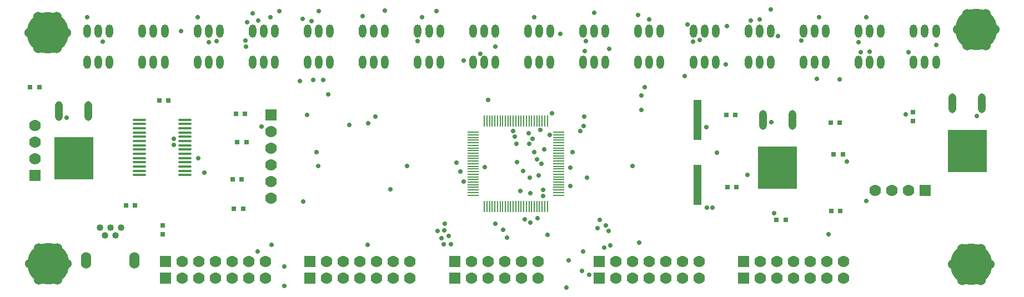
<source format=gts>
%FSAX24Y24*%
%MOIN*%
G70*
G01*
G75*
G04 Layer_Color=8388736*
%ADD10R,0.0300X0.0300*%
%ADD11R,0.0300X0.0300*%
G04:AMPARAMS|DCode=12|XSize=79mil|YSize=44mil|CornerRadius=22mil|HoleSize=0mil|Usage=FLASHONLY|Rotation=90.000|XOffset=0mil|YOffset=0mil|HoleType=Round|Shape=RoundedRectangle|*
%AMROUNDEDRECTD12*
21,1,0.0790,0.0000,0,0,90.0*
21,1,0.0350,0.0440,0,0,90.0*
1,1,0.0440,0.0000,0.0175*
1,1,0.0440,0.0000,-0.0175*
1,1,0.0440,0.0000,-0.0175*
1,1,0.0440,0.0000,0.0175*
%
%ADD12ROUNDEDRECTD12*%
%ADD13R,0.0472X0.2400*%
%ADD14O,0.0709X0.0094*%
%ADD15O,0.0094X0.0709*%
%ADD16O,0.0472X0.1181*%
%ADD17R,0.2323X0.2559*%
%ADD18O,0.0827X0.0138*%
%ADD19C,0.0060*%
%ADD20C,0.0100*%
%ADD21C,0.0094*%
%ADD22C,0.0295*%
%ADD23C,0.0197*%
%ADD24C,0.0700*%
%ADD25R,0.0700X0.0700*%
%ADD26R,0.0700X0.0700*%
%ADD27C,0.0400*%
%ADD28O,0.0600X0.1000*%
%ADD29C,0.0600*%
%ADD30C,0.2500*%
%ADD31C,0.0276*%
%ADD32O,0.0866X0.0236*%
%ADD33R,0.0600X0.1000*%
%ADD34R,0.1618X0.1717*%
%ADD35R,0.0500X0.0120*%
%ADD36C,0.0080*%
%ADD37C,0.0050*%
%ADD38C,0.0098*%
%ADD39C,0.0236*%
%ADD40C,0.0079*%
%ADD41R,0.1000X0.0996*%
D10*
X048720Y063720D02*
D03*
X049270Y063720D02*
D03*
X048910Y061800D02*
D03*
X049460Y061800D02*
D03*
X008430Y065030D02*
D03*
X008980Y065030D02*
D03*
X013660Y062550D02*
D03*
X013110Y062550D02*
D03*
X012910Y058550D02*
D03*
X013460Y058550D02*
D03*
X006970Y058740D02*
D03*
X006420Y058740D02*
D03*
X000670Y065850D02*
D03*
X001220Y065850D02*
D03*
X013375Y060290D02*
D03*
X012825Y060290D02*
D03*
X049300Y058410D02*
D03*
X048750Y058410D02*
D03*
X043080Y059830D02*
D03*
X042530Y059830D02*
D03*
X045480Y057870D02*
D03*
X046030Y057870D02*
D03*
X013580Y064250D02*
D03*
X013030Y064250D02*
D03*
X043010Y064170D02*
D03*
X042460Y064170D02*
D03*
D11*
X008630Y056990D02*
D03*
X008630Y057540D02*
D03*
X053680Y064350D02*
D03*
X053680Y063800D02*
D03*
D12*
X031901Y069217D02*
D03*
X031231Y069217D02*
D03*
X030562Y069217D02*
D03*
X030562Y067322D02*
D03*
X031231Y067322D02*
D03*
X031901Y067322D02*
D03*
X055051Y069217D02*
D03*
X054381Y069217D02*
D03*
X053711Y069217D02*
D03*
X053711Y067322D02*
D03*
X054381Y067322D02*
D03*
X055051Y067322D02*
D03*
X035208Y069217D02*
D03*
X034538Y069217D02*
D03*
X033869Y069217D02*
D03*
X033869Y067322D02*
D03*
X034538Y067322D02*
D03*
X035208Y067322D02*
D03*
X051744Y069217D02*
D03*
X051074Y069217D02*
D03*
X050404Y069217D02*
D03*
X050404Y067322D02*
D03*
X051074Y067322D02*
D03*
X051744Y067322D02*
D03*
X041822Y069217D02*
D03*
X041152Y069217D02*
D03*
X040483Y069217D02*
D03*
X040483Y067322D02*
D03*
X041152Y067322D02*
D03*
X041822Y067322D02*
D03*
X048437Y069217D02*
D03*
X047767Y069217D02*
D03*
X047097Y069217D02*
D03*
X047097Y067322D02*
D03*
X047767Y067322D02*
D03*
X048437Y067322D02*
D03*
X038515Y069217D02*
D03*
X037845Y069217D02*
D03*
X037176Y069217D02*
D03*
X037176Y067322D02*
D03*
X037845Y067322D02*
D03*
X038515Y067322D02*
D03*
X045129Y069217D02*
D03*
X044459Y069217D02*
D03*
X043790Y069217D02*
D03*
X043790Y067322D02*
D03*
X044459Y067322D02*
D03*
X045129Y067322D02*
D03*
X005444Y069217D02*
D03*
X004774Y069217D02*
D03*
X004105Y069217D02*
D03*
X004105Y067322D02*
D03*
X004774Y067322D02*
D03*
X005444Y067322D02*
D03*
X028594Y069217D02*
D03*
X027924Y069217D02*
D03*
X027255Y069217D02*
D03*
X027255Y067322D02*
D03*
X027924Y067322D02*
D03*
X028594Y067322D02*
D03*
X008752Y069217D02*
D03*
X008081Y069217D02*
D03*
X007412Y069217D02*
D03*
X007412Y067322D02*
D03*
X008081Y067322D02*
D03*
X008752Y067322D02*
D03*
X025287Y069217D02*
D03*
X024617Y069217D02*
D03*
X023948Y069217D02*
D03*
X023948Y067322D02*
D03*
X024617Y067322D02*
D03*
X025287Y067322D02*
D03*
X012059Y069217D02*
D03*
X011389Y069217D02*
D03*
X010719Y069217D02*
D03*
X010719Y067322D02*
D03*
X011389Y067322D02*
D03*
X012059Y067322D02*
D03*
X021980Y069217D02*
D03*
X021310Y069217D02*
D03*
X020641Y069217D02*
D03*
X020641Y067322D02*
D03*
X021310Y067322D02*
D03*
X021980Y067322D02*
D03*
X015366Y069217D02*
D03*
X014696Y069217D02*
D03*
X014026Y069217D02*
D03*
X014026Y067322D02*
D03*
X014696Y067322D02*
D03*
X015366Y067322D02*
D03*
X018673Y069217D02*
D03*
X018003Y069217D02*
D03*
X017333Y069217D02*
D03*
X017333Y067322D02*
D03*
X018003Y067322D02*
D03*
X018673Y067322D02*
D03*
D13*
X040730Y059955D02*
D03*
X040730Y063855D02*
D03*
D14*
X027251Y063130D02*
D03*
X027251Y062972D02*
D03*
X027251Y062815D02*
D03*
X027251Y062657D02*
D03*
X027251Y062500D02*
D03*
X027251Y062342D02*
D03*
X027251Y062185D02*
D03*
X027251Y062027D02*
D03*
X027251Y061870D02*
D03*
X027251Y061712D02*
D03*
X027251Y061555D02*
D03*
X027251Y061397D02*
D03*
X027251Y061240D02*
D03*
X027251Y061083D02*
D03*
X027251Y060925D02*
D03*
X027251Y060768D02*
D03*
X027251Y060610D02*
D03*
X027251Y060453D02*
D03*
X027251Y060295D02*
D03*
X027251Y060138D02*
D03*
X027251Y059980D02*
D03*
X027251Y059823D02*
D03*
X027251Y059665D02*
D03*
X027251Y059508D02*
D03*
X027251Y059350D02*
D03*
X032409Y059350D02*
D03*
X032409Y059508D02*
D03*
X032409Y059665D02*
D03*
X032409Y059823D02*
D03*
X032409Y059980D02*
D03*
X032409Y060138D02*
D03*
X032409Y060295D02*
D03*
X032409Y060453D02*
D03*
X032409Y060610D02*
D03*
X032409Y060768D02*
D03*
X032409Y060925D02*
D03*
X032409Y061083D02*
D03*
X032409Y061240D02*
D03*
X032409Y061397D02*
D03*
X032409Y061555D02*
D03*
X032409Y061712D02*
D03*
X032409Y061870D02*
D03*
X032409Y062027D02*
D03*
X032409Y062185D02*
D03*
X032409Y062342D02*
D03*
X032409Y062500D02*
D03*
X032409Y062657D02*
D03*
X032409Y062815D02*
D03*
X032409Y062972D02*
D03*
X032409Y063130D02*
D03*
D15*
X027940Y058661D02*
D03*
X028098Y058661D02*
D03*
X028255Y058661D02*
D03*
X028413Y058661D02*
D03*
X028570Y058661D02*
D03*
X028728Y058661D02*
D03*
X028885Y058661D02*
D03*
X029043Y058661D02*
D03*
X029200Y058661D02*
D03*
X029358Y058661D02*
D03*
X029515Y058661D02*
D03*
X029673Y058661D02*
D03*
X029830Y058661D02*
D03*
X029987Y058661D02*
D03*
X030145Y058661D02*
D03*
X030302Y058661D02*
D03*
X030460Y058661D02*
D03*
X030617Y058661D02*
D03*
X030775Y058661D02*
D03*
X030932Y058661D02*
D03*
X031090Y058661D02*
D03*
X031247Y058661D02*
D03*
X031405Y058661D02*
D03*
X031562Y058661D02*
D03*
X031720Y058661D02*
D03*
X031720Y063819D02*
D03*
X031562Y063819D02*
D03*
X031405Y063819D02*
D03*
X031247Y063819D02*
D03*
X031090Y063819D02*
D03*
X030932Y063819D02*
D03*
X030775Y063819D02*
D03*
X030617Y063819D02*
D03*
X030460Y063819D02*
D03*
X030302Y063819D02*
D03*
X030145Y063819D02*
D03*
X029987Y063819D02*
D03*
X029830Y063819D02*
D03*
X029673Y063819D02*
D03*
X029515Y063819D02*
D03*
X029358Y063819D02*
D03*
X029200Y063819D02*
D03*
X029043Y063819D02*
D03*
X028885Y063819D02*
D03*
X028728Y063819D02*
D03*
X028570Y063819D02*
D03*
X028413Y063819D02*
D03*
X028255Y063819D02*
D03*
X028098Y063819D02*
D03*
X027940Y063819D02*
D03*
D16*
X056032Y064863D02*
D03*
X057804Y064863D02*
D03*
X002408Y064420D02*
D03*
X004180Y064420D02*
D03*
X044658Y063870D02*
D03*
X046430Y063870D02*
D03*
D17*
X056918Y061999D02*
D03*
X003294Y061556D02*
D03*
X045544Y061006D02*
D03*
D18*
X009958Y060557D02*
D03*
X009958Y060813D02*
D03*
X009958Y061068D02*
D03*
X009958Y061324D02*
D03*
X009958Y061580D02*
D03*
X009958Y061836D02*
D03*
X009958Y062092D02*
D03*
X009958Y062348D02*
D03*
X009958Y062604D02*
D03*
X009958Y062860D02*
D03*
X009958Y063116D02*
D03*
X009958Y063372D02*
D03*
X009958Y063627D02*
D03*
X009958Y063883D02*
D03*
X007242Y060557D02*
D03*
X007242Y060813D02*
D03*
X007242Y061068D02*
D03*
X007242Y061324D02*
D03*
X007242Y061580D02*
D03*
X007242Y061836D02*
D03*
X007242Y062092D02*
D03*
X007242Y062348D02*
D03*
X007242Y062604D02*
D03*
X007242Y062860D02*
D03*
X007242Y063116D02*
D03*
X007242Y063372D02*
D03*
X007242Y063627D02*
D03*
X007242Y063883D02*
D03*
D24*
X045500Y054370D02*
D03*
X044500Y054370D02*
D03*
X046500Y054370D02*
D03*
X047500Y054370D02*
D03*
X048500Y054370D02*
D03*
X049500Y054370D02*
D03*
X049500Y055370D02*
D03*
X048500Y055370D02*
D03*
X047500Y055370D02*
D03*
X046500Y055370D02*
D03*
X044500Y055370D02*
D03*
X045500Y055370D02*
D03*
X019475Y054370D02*
D03*
X018475Y054370D02*
D03*
X020475Y054370D02*
D03*
X021475Y054370D02*
D03*
X022475Y054370D02*
D03*
X023475Y054370D02*
D03*
X023475Y055370D02*
D03*
X022475Y055370D02*
D03*
X021475Y055370D02*
D03*
X020475Y055370D02*
D03*
X018475Y055370D02*
D03*
X019475Y055370D02*
D03*
X028150Y055370D02*
D03*
X027150Y055370D02*
D03*
X029150Y055370D02*
D03*
X030150Y055370D02*
D03*
X031150Y055370D02*
D03*
X031150Y054370D02*
D03*
X030150Y054370D02*
D03*
X029150Y054370D02*
D03*
X027150Y054370D02*
D03*
X028150Y054370D02*
D03*
X036825Y054370D02*
D03*
X035825Y054370D02*
D03*
X037825Y054370D02*
D03*
X038825Y054370D02*
D03*
X039825Y054370D02*
D03*
X040825Y054370D02*
D03*
X040825Y055370D02*
D03*
X039825Y055370D02*
D03*
X038825Y055370D02*
D03*
X037825Y055370D02*
D03*
X035825Y055370D02*
D03*
X036825Y055370D02*
D03*
X015120Y059160D02*
D03*
X015120Y060160D02*
D03*
X015120Y061160D02*
D03*
X015120Y063160D02*
D03*
X015120Y062160D02*
D03*
X053410Y059640D02*
D03*
X052410Y059640D02*
D03*
X051410Y059640D02*
D03*
X010800Y055370D02*
D03*
X009800Y055370D02*
D03*
X011800Y055370D02*
D03*
X012800Y055370D02*
D03*
X013800Y055370D02*
D03*
X014800Y055370D02*
D03*
X014800Y054370D02*
D03*
X013800Y054370D02*
D03*
X012800Y054370D02*
D03*
X011800Y054370D02*
D03*
X009800Y054370D02*
D03*
X010800Y054370D02*
D03*
X000980Y062530D02*
D03*
X000980Y061530D02*
D03*
X000980Y063530D02*
D03*
D25*
X043500Y054370D02*
D03*
X043500Y055370D02*
D03*
X017475Y054370D02*
D03*
X017475Y055370D02*
D03*
X026150Y055370D02*
D03*
X026150Y054370D02*
D03*
X034825Y054370D02*
D03*
X034825Y055370D02*
D03*
X054410Y059640D02*
D03*
X008800Y055370D02*
D03*
X008800Y054370D02*
D03*
D26*
X015120Y064160D02*
D03*
X000980Y060530D02*
D03*
D27*
X006120Y057410D02*
D03*
X005805Y056938D02*
D03*
X005490Y057410D02*
D03*
X005175Y056938D02*
D03*
X004860Y057410D02*
D03*
D28*
X004043Y055422D02*
D03*
X006937Y055422D02*
D03*
D29*
X001210Y056183D02*
D03*
X002310Y056183D02*
D03*
X002860Y055230D02*
D03*
X002310Y054277D02*
D03*
X001210Y054277D02*
D03*
X000660Y055230D02*
D03*
X056620Y056153D02*
D03*
X057720Y056153D02*
D03*
X058270Y055200D02*
D03*
X057720Y054247D02*
D03*
X056620Y054247D02*
D03*
X056070Y055200D02*
D03*
X056930Y070244D02*
D03*
X058030Y070244D02*
D03*
X058580Y069291D02*
D03*
X058030Y068339D02*
D03*
X056930Y068339D02*
D03*
X056380Y069291D02*
D03*
X001180Y070063D02*
D03*
X002280Y070063D02*
D03*
X002830Y069110D02*
D03*
X002280Y068157D02*
D03*
X001180Y068157D02*
D03*
X000630Y069110D02*
D03*
D30*
X001760Y055230D02*
D03*
X057170Y055200D02*
D03*
X057480Y069291D02*
D03*
X001730Y069110D02*
D03*
D31*
X015930Y053920D02*
D03*
X031543Y062114D02*
D03*
X043730Y060560D02*
D03*
X034220Y054580D02*
D03*
X034110Y060400D02*
D03*
X031350Y061240D02*
D03*
X033860Y055980D02*
D03*
X025920Y056400D02*
D03*
X026700Y060175D02*
D03*
X022290Y059700D02*
D03*
X045330Y058280D02*
D03*
X009295Y062750D02*
D03*
X033960Y068010D02*
D03*
X030920Y070030D02*
D03*
X046960Y068630D02*
D03*
X040870Y068672D02*
D03*
X044459Y069913D02*
D03*
X037845Y069913D02*
D03*
X037176Y070169D02*
D03*
X027683Y067850D02*
D03*
X026700Y067440D02*
D03*
X005040Y068570D02*
D03*
X004105Y070030D02*
D03*
X023948Y068600D02*
D03*
X011390Y068530D02*
D03*
X010719Y070030D02*
D03*
X018003Y070395D02*
D03*
X017043Y069932D02*
D03*
X014026Y070270D02*
D03*
X030090Y059612D02*
D03*
X045150Y063730D02*
D03*
X033225Y061950D02*
D03*
X027980Y061050D02*
D03*
X037550Y065830D02*
D03*
X029680Y063210D02*
D03*
X013691Y069750D02*
D03*
X013620Y068270D02*
D03*
X028594Y068270D02*
D03*
X042500Y069515D02*
D03*
X048030Y070030D02*
D03*
X035448Y068122D02*
D03*
X050870Y070030D02*
D03*
X032504Y069040D02*
D03*
X055051Y068368D02*
D03*
X017680Y066270D02*
D03*
X018560Y065390D02*
D03*
X049270Y066320D02*
D03*
X018260Y066270D02*
D03*
X037380Y065340D02*
D03*
X033940Y064080D02*
D03*
X033010Y055425D02*
D03*
X030648Y062446D02*
D03*
X045550Y068890D02*
D03*
X024210Y070030D02*
D03*
X026500Y060768D02*
D03*
X025080Y070400D02*
D03*
X040120Y069620D02*
D03*
X020641Y070120D02*
D03*
X020940Y056360D02*
D03*
X015155Y056360D02*
D03*
X021405Y064055D02*
D03*
X030250Y060810D02*
D03*
X017980Y061120D02*
D03*
X031480Y059300D02*
D03*
X014320Y055960D02*
D03*
X041285Y058600D02*
D03*
X031096Y061487D02*
D03*
X030590Y063073D02*
D03*
X041630Y058589D02*
D03*
X041890Y061920D02*
D03*
X030820Y062750D02*
D03*
X035400Y057210D02*
D03*
X034870Y057883D02*
D03*
X025560Y057630D02*
D03*
X033805Y054810D02*
D03*
X047890Y066331D02*
D03*
X016870Y066200D02*
D03*
X017860Y061950D02*
D03*
X011120Y060690D02*
D03*
X053395Y067934D02*
D03*
X050404Y068528D02*
D03*
X034045Y068611D02*
D03*
X017580Y069800D02*
D03*
X033090Y061010D02*
D03*
X030930Y061945D02*
D03*
X048610Y057000D02*
D03*
X029782Y062875D02*
D03*
X017310Y064170D02*
D03*
X031148Y057977D02*
D03*
X021980Y070430D02*
D03*
X025788Y056898D02*
D03*
X025365Y056765D02*
D03*
X025538Y057244D02*
D03*
X033892Y063503D02*
D03*
X041250Y063430D02*
D03*
X010760Y061580D02*
D03*
X015935Y055055D02*
D03*
X035220Y057525D02*
D03*
X050850Y058990D02*
D03*
X031995Y064270D02*
D03*
X035135Y056220D02*
D03*
X035509Y056341D02*
D03*
X031290Y063260D02*
D03*
X017070Y058975D02*
D03*
X029300Y056790D02*
D03*
X011862Y068618D02*
D03*
X031190Y060541D02*
D03*
X030693Y057720D02*
D03*
X015086Y070030D02*
D03*
X009740Y069220D02*
D03*
X033690Y063220D02*
D03*
X032880Y053800D02*
D03*
X025500Y056400D02*
D03*
X025140Y057200D02*
D03*
X030370Y057895D02*
D03*
X050540Y067930D02*
D03*
X031720Y056980D02*
D03*
X030700Y059470D02*
D03*
X020960Y063680D02*
D03*
X036840Y061100D02*
D03*
X028155Y065065D02*
D03*
X039960Y066500D02*
D03*
X034742Y057375D02*
D03*
X031850Y062960D02*
D03*
X037230Y056490D02*
D03*
X029900Y061335D02*
D03*
X023290Y061110D02*
D03*
X029072Y057282D02*
D03*
X028597Y057635D02*
D03*
X051070Y067960D02*
D03*
X034538Y070310D02*
D03*
X013610Y068630D02*
D03*
X030680Y060400D02*
D03*
X019820Y063570D02*
D03*
X026260Y061320D02*
D03*
X037380Y064460D02*
D03*
X042440Y067220D02*
D03*
X009290Y062360D02*
D03*
X053220Y064190D02*
D03*
X057500Y064114D02*
D03*
X029860Y062450D02*
D03*
X014380Y069830D02*
D03*
X031460Y059680D02*
D03*
X033090Y059910D02*
D03*
X043930Y069850D02*
D03*
X040480Y068560D02*
D03*
X014580Y063460D02*
D03*
X002850Y063994D02*
D03*
X015620Y070420D02*
D03*
X045129Y070519D02*
D03*
X049710Y061360D02*
D03*
M02*

</source>
